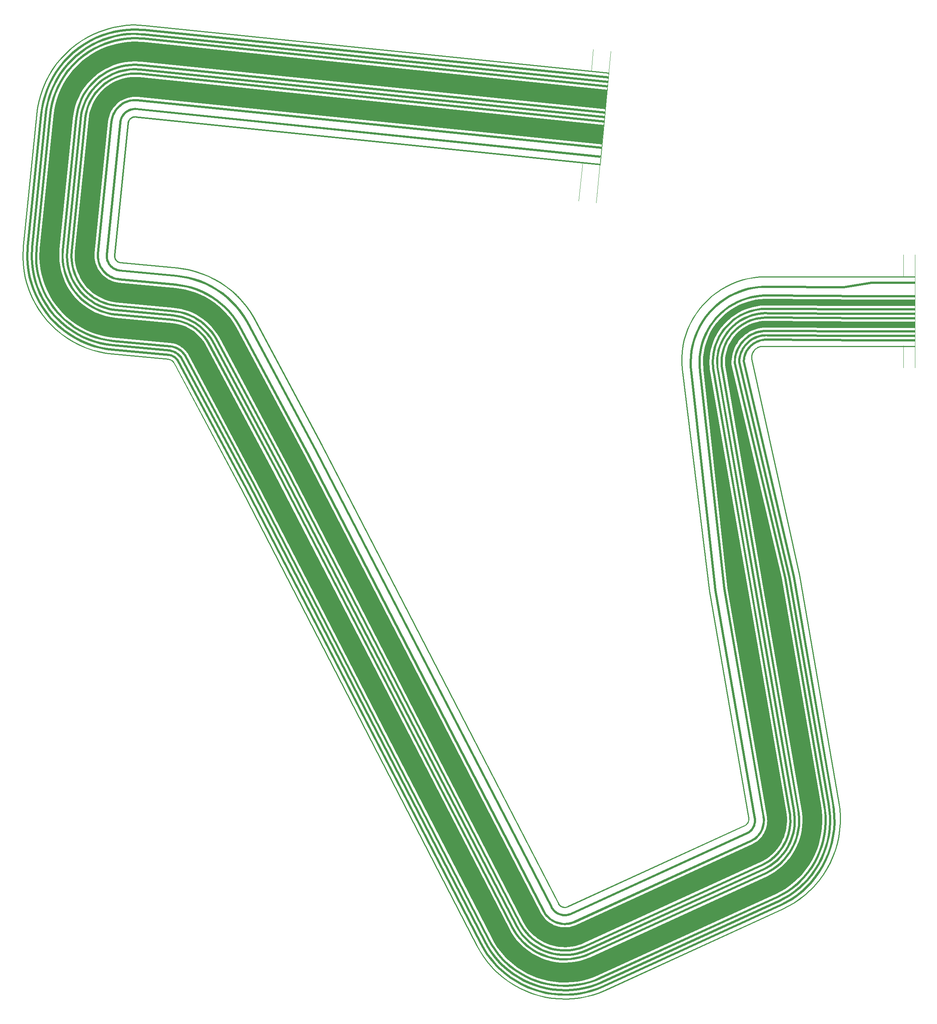
<source format=gbr>
G04 AutoGERB 2.0 for AutoCAD 14*
G04 RS274-X Output *
%FSLAX34Y34*%
%MOMM*%
%ADD12C,0.005000*%
%ADD13C,0.007000*%
G36*X2193843Y1496651D02*X2084460Y1496651D01*X2084461Y1501650*X2193843Y1501650*X2193843Y1496651*G37*G36*X2084460Y1496651D02*X2083033Y1496651D01*X1860686Y1497900*X1857176Y1498021*X1853789Y1497901*X1850418Y1497546*X1847079Y1496958*X1843790Y1496139*X1840567Y1495092*X1837423Y1493825*X1834375Y1492342*X1831437Y1490650*X1828625Y1488759*X1825951Y1486676*X1823428Y1484413*X1821069Y1481979*X1818884Y1479387*X1816886Y1476649*X1815081Y1473780*X1813482Y1470791*X1812094Y1467699*X1810924Y1464518*X1809979Y1461263*X1809269Y1457985*X1808587Y1452061*X1922029Y964882*X2010521Y451626*X2012750Y436929*X2013957Y422051*X2014126Y407126*X2013256Y392224*X2011353Y377418*X2008424Y362782*X2004485Y348384*X1999553Y334295*X1993655Y320584*X1986816Y307315*X1979072Y294554*X1970458Y282363*X1961018Y270800*X1950797Y259922*X1939843Y249781*X1928211Y240426*X1915927Y231881*X1892035Y218555*X1490630Y34854*X1476772Y29092*X1462506Y24293*X1447941Y20499*X1433146Y17726*X1418195Y15990*X1403160Y15297*X1388113Y15651*X1373126Y17051*X1358274Y19491*X1343627Y22956*X1329256Y27432*X1315232Y32897*X1301621Y39323*X1288490Y46681*X1275904Y54934*X1263921Y64042*X1252601Y73962*X1241998Y84645*X1232164Y96039*X1223146Y108090*X1214987Y120740*X1207594Y134199*X676794Y1162706*X521881Y1452318*X520988Y1453658*X519983Y1454958*X518890Y1456186*X517714Y1457336*X516462Y1458400*X515139Y1459374*X513749Y1460255*X512303Y1461037*X510807Y1461716*X509266Y1462289*X507689Y1462754*X506097Y1463105*X503921Y1463406*X376622Y1475329*X361738Y1477253*X346981Y1480216*X332466Y1484198*X318263Y1489178*X304441Y1495136*X291066Y1502040*X278205Y1509857*X265918Y1518550*X254265Y1528076*X243302Y1538389*X233084Y1549440*X223659Y1561176*X215073Y1573537*X207366Y1586466*X200579Y1599900*X194741Y1613773*X189883Y1628019*X186028Y1642568*X183193Y1657349*X181393Y1672293*X180635Y1687351*X181589Y1711188*X212214Y2009848*X214168Y2024719*X217161Y2039470*X221172Y2053977*X226183Y2068169*X232169Y2081978*X239100Y2095338*X246944Y2108183*X255663Y2120452*X265212Y2132084*X275549Y2143025*X286621Y2153220*X298375Y2162620*X310754Y2171180*X323699Y2178859*X337146Y2185619*X351032Y2191427*X365287Y2196255*X379843Y2200082*X394631Y2202885*X409577Y2204653*X424635Y2205380*X448019Y2204422*X1500290Y2096501*X1499779Y2091528*X447662Y2199433*X424654Y2200375*X409992Y2199668*X395392Y2197940*X380946Y2195201*X366726Y2191464*X352801Y2186748*X339237Y2181074*X326100Y2174470*X313455Y2166969*X301362Y2158607*X289880Y2149423*X279064Y2139464*X268967Y2128777*X259638Y2117413*X251121Y2105428*X243459Y2092881*X236688Y2079829*X230840Y2066340*X225945Y2052476*X222026Y2038305*X219103Y2023896*X217181Y2009267*X186578Y1710833*X185640Y1687376*X186378Y1672718*X188136Y1658120*X190905Y1643681*X194672Y1629468*X199418Y1615552*X205120Y1601999*X211751Y1588877*X219278Y1576246*X227666Y1564171*X236873Y1552707*X246855Y1541912*X257564Y1531837*X268947Y1522531*X280950Y1514040*X293515Y1506403*X306580Y1499659*X320082Y1493839*X333957Y1488973*X348136Y1485083*X362551Y1482190*X377175Y1480300*X504496Y1468373*X506978Y1468030*X508936Y1467599*X510847Y1467036*X512714Y1466341*X514528Y1465518*X516280Y1464570*X517962Y1463505*X519567Y1462323*X521085Y1461033*X522509Y1459641*X523834Y1458153*X525051Y1456577*X526176Y1454891*X681221Y1165031*X1212007Y136550*X1219284Y123301*X1227253Y110947*X1236063Y99174*X1245669Y88044*X1256028Y77607*X1267086Y67917*X1278791Y59019*X1291087Y50958*X1303914Y43770*X1317209Y37492*X1330909Y32155*X1344948Y27781*X1359255Y24396*X1373765Y22014*X1388404Y20646*X1403103Y20300*X1417792Y20977*X1432397Y22673*X1446848Y25382*X1461077Y29088*X1475013Y33775*X1488629Y39437*X1889774Y223018*X1913276Y236128*X1925214Y244431*X1936574Y253568*X1947272Y263473*X1957255Y274097*X1966475Y285390*X1974887Y297297*X1982451Y309760*X1989130Y322719*X1994892Y336112*X1999708Y349871*X2003555Y363933*X2006416Y378229*X2008275Y392689*X2009125Y407243*X2008960Y421820*X2007781Y436352*X2005586Y450827*X1917126Y963889*X1803520Y1451772*X1804330Y1458802*X1805128Y1462490*X1806171Y1466081*X1807461Y1469588*X1808991Y1472998*X1810756Y1476293*X1812745Y1479458*X1814949Y1482476*X1817358Y1485334*X1819959Y1488018*X1822742Y1490515*X1825690Y1492810*X1828792Y1494897*X1832030Y1496761*X1835392Y1498398*X1838858Y1499795*X1842413Y1500948*X1846040Y1501851*X1849721Y1502501*X1853438Y1502892*X1857173Y1503024*X1860787Y1502899*X2083048Y1501650*X2084460Y1501650*X2084460Y1496651*G37*G36*X2193843Y1506651D02*X2084451Y1506651D01*X2084452Y1511650*X2193843Y1511650*X2193843Y1506651*G37*G36*X2084451Y1506651D02*X2083072Y1506651D01*X1861052Y1507899*X1856853Y1508020*X1852771Y1507853*X1848710Y1507403*X1844691Y1506672*X1840732Y1505663*X1836853Y1504382*X1833073Y1502834*X1829409Y1501026*X1825879Y1498969*X1822502Y1496671*X1819293Y1494142*X1816266Y1491397*X1813438Y1488449*X1810823Y1485311*X1808431Y1481999*X1806276Y1478528*X1804368Y1474915*X1802715Y1471180*X1801326Y1467337*X1800207Y1463408*X1799365Y1459411*X1798805Y1455382*X1798504Y1449848*X1912174Y963184*X2000679Y449855*X2002809Y435847*X2003964Y421663*X2004130Y407433*X2003306Y393226*X2001497Y379110*X1998710Y365155*X1994959Y351427*X1990262Y337993*X1984643Y324918*X1978127Y312267*X1970748Y300098*X1962541Y288472*X1953545Y277445*X1943803Y267070*X1933365Y257398*X1922278Y248475*X1910567Y240325*X1887802Y227615*X1486470Y43948*X1473255Y38453*X1459648Y33876*X1445755Y30257*X1431645Y27613*X1417387Y25957*X1403046Y25296*X1388695Y25634*X1374401Y26970*X1360235Y29297*X1346265Y32602*X1332559Y36871*X1319183Y42083*X1306202Y48213*X1293679Y55230*X1281673Y63102*X1270244Y71789*X1259447Y81251*X1249335Y91439*X1239956Y102307*X1231355Y113800*X1223573Y125866*X1216502Y138741*X685646Y1167358*X530559Y1457298*X529291Y1459237*X527877Y1461102*X526339Y1462864*X524680Y1464514*X522912Y1466047*X521041Y1467451*X519077Y1468722*X517029Y1469853*X514907Y1470840*X512722Y1471677*X510484Y1472359*X508222Y1472880*X504843Y1473363*X377557Y1485285*X363362Y1487120*X349288Y1489946*X335443Y1493744*X321897Y1498495*X308714Y1504176*X295958Y1510761*X283691Y1518217*X271972Y1526508*X260858Y1535594*X250403Y1545431*X240657Y1555971*X231668Y1567164*X223479Y1578954*X216129Y1591285*X209655Y1604098*X204087Y1617330*X199454Y1630917*X195777Y1644793*X193073Y1658892*X191356Y1673144*X190634Y1687508*X191540Y1710202*X222165Y2008860*X224026Y2023042*X226879Y2037111*X230703Y2050946*X235480Y2064483*X241186Y2077655*X247795Y2090399*X255275Y2102651*X263588Y2114353*X272695Y2125450*X282552Y2135886*X293111Y2145611*X304320Y2154579*X316126Y2162745*X328471Y2170071*X341295Y2176520*X354538Y2182061*X368133Y2186669*X382016Y2190320*X396119Y2192997*X410375Y2194685*X424737Y2195381*X447033Y2194471*X1499270Y2086553*X1498759Y2081580*X446676Y2189482*X424756Y2190376*X410790Y2189700*X396880Y2188052*X383119Y2185441*X369574Y2181878*X356307Y2177382*X343386Y2171975*X330872Y2165682*X318827Y2158534*X307307Y2150566*X296370Y2141816*X286067Y2132327*X276450Y2122143*X267563Y2111316*X259452Y2099898*X252154Y2087942*X245705Y2075508*X240137Y2062656*X235476Y2049447*X231744Y2035946*X228961Y2022219*X227132Y2008279*X196529Y1709847*X195639Y1687533*X196341Y1673569*X198016Y1659663*X200654Y1645906*X204243Y1632366*X208764Y1619109*X214196Y1606197*X220514Y1593696*X227684Y1581663*X235675Y1570159*X244446Y1559238*X253956Y1548954*X264157Y1539355*X275001Y1530489*X286436Y1522400*X298407Y1515124*X310853Y1508699*X323716Y1503156*X336934Y1498519*X350443Y1494813*X364175Y1492057*X378110Y1490256*X505430Y1478330*X509139Y1477799*X511775Y1477192*X514347Y1476408*X516858Y1475447*X519294Y1474314*X521646Y1473015*X523904Y1471554*X526053Y1469940*X528085Y1468181*X529990Y1466285*X531758Y1464261*X533382Y1462118*X534864Y1459849*X690073Y1169683*X1220915Y141092*X1227870Y128427*X1235462Y116657*X1243855Y105442*X1253006Y94838*X1262874Y84896*X1273409Y75664*X1284560Y67187*X1296274Y59507*X1308495Y52660*X1321160Y46678*X1334212Y41594*X1347586Y37427*X1361216Y34202*X1375040Y31933*X1388986Y30629*X1402989Y30299*X1416982Y30944*X1430896Y32560*X1444664Y35140*X1458219Y38671*X1471496Y43136*X1484469Y48531*X1885539Y232078*X1907914Y244570*X1919279Y252480*X1930094Y261185*X1940278Y270619*X1949780Y280740*X1958556Y291497*X1966563Y302839*X1973762Y314710*X1980118Y327053*X1985599Y339808*X1990182Y352912*X1993841Y366304*X1996560Y379919*X1998325Y393689*X1999129Y407548*X1998967Y421430*X1997840Y435268*X1995744Y449054*X1907271Y962189*X1793473Y1449407*X1793824Y1455863*X1794436Y1460272*X1795350Y1464609*X1796565Y1468874*X1798072Y1473043*X1799865Y1477098*X1801937Y1481017*X1804276Y1484784*X1806870Y1488378*X1809709Y1491784*X1812779Y1494984*X1816062Y1497963*X1819545Y1500706*X1823210Y1503200*X1827040Y1505433*X1831016Y1507395*X1835120Y1509075*X1839329Y1510466*X1843626Y1511561*X1847987Y1512354*X1852394Y1512842*X1856824Y1513023*X1861139Y1512898*X2083087Y1511650*X2084451Y1511650*X2084451Y1506651*G37*G36*X2193843Y1516651D02*X2084442Y1516651D01*X2084443Y1521650*X2193843Y1521650*X2193843Y1516651*G37*G36*X2084442Y1516651D02*X2083112Y1516651D01*X1861394Y1517897*X1856503Y1518017*X1851727Y1517802*X1846977Y1517256*X1842277Y1516381*X1837648Y1515180*X1833114Y1513661*X1828698Y1511830*X1824419Y1509697*X1820299Y1507271*X1816358Y1504565*X1812614Y1501590*X1809086Y1498363*X1805791Y1494899*X1802745Y1491213*X1799963Y1487325*X1797458Y1483252*X1795242Y1479015*X1793327Y1474635*X1791720Y1470131*X1790430Y1465527*X1789465Y1460845*X1788831Y1456141*X1788525Y1447604*X1902320Y961485*X1990837Y448082*X1992868Y434763*X1993971Y421274*X1994135Y407739*X1993356Y394226*X1991640Y380800*X1988994Y367527*X1985432Y354468*X1980970Y341689*X1975630Y329252*X1969439Y317216*X1962425Y305640*X1954622Y294579*X1946070Y284088*X1936809Y274217*X1926883Y265015*X1916343Y256524*X1905206Y248766*X1883567Y236674*X1482311Y53042*X1469737Y47814*X1456790Y43459*X1443571Y40016*X1430145Y37500*X1416576Y35924*X1402932Y35296*X1389276Y35617*X1375675Y36888*X1362196Y39102*X1348903Y42248*X1335862Y46311*X1323134Y51270*X1310782Y57102*X1298865Y63780*X1287443Y71270*X1276568Y79536*X1266294Y88539*X1256673Y98234*X1247748Y108575*X1239564Y119511*X1232159Y130992*X1225412Y143284*X694499Y1172009*X539255Y1462239*X537619Y1464778*X535800Y1467208*X533816Y1469507*X531679Y1471662*X529396Y1473662*X526980Y1475500*X524441Y1477164*X521793Y1478648*X519048Y1479945*X516221Y1481048*X513322Y1481951*X510390Y1482645*X505767Y1483320*X378491Y1495242*X364987Y1496987*X351594Y1499677*X338421Y1503290*X325532Y1507811*X312988Y1513217*X300850Y1519483*X289178Y1526577*X278026Y1534467*X267452Y1543113*X257503Y1552472*X248230Y1562502*X239677Y1573152*X231885Y1584371*X224891Y1596104*X218731Y1608297*X213434Y1620887*X209025Y1633815*X205526Y1647019*X202954Y1660434*X201320Y1673996*X200633Y1687663*X201492Y1709218*X232116Y2007872*X233884Y2021365*X236597Y2034751*X240233Y2047918*X244777Y2060799*X250204Y2073334*X256491Y2085459*X263606Y2097120*X271515Y2108256*X280178Y2118816*X289555Y2128748*X299601Y2138004*X310265Y2146538*X321498Y2154311*X333243Y2161283*X345445Y2167422*X358044Y2172697*X370980Y2177083*X384189Y2180559*X397609Y2183108*X411172Y2184717*X424840Y2185381*X446049Y2184519*X1498249Y2076605*X1497738Y2071632*X445692Y2179530*X424859Y2180376*X411589Y2179732*X398370Y2178163*X385294Y2175680*X372421Y2172292*X359815Y2168018*X347536Y2162877*X335646Y2156894*X324199Y2150100*X313254Y2142525*X302860Y2134209*X293072Y2125189*X283933Y2115511*X275490Y2105219*X267783Y2094367*X260850Y2083004*X254723Y2071187*X249434Y2058972*X245006Y2046419*X241462Y2033588*X238819Y2020542*X237083Y2007293*X206481Y1708863*X205638Y1687690*X206305Y1674421*X207897Y1661205*X210403Y1648132*X213814Y1635264*X218111Y1622666*X223272Y1610396*X229276Y1598515*X236090Y1587080*X243684Y1576147*X252019Y1565769*X261056Y1555995*X270751Y1546874*X281057Y1538448*X291923Y1530760*X303299Y1523846*X315127Y1517740*X327351Y1512472*X339912Y1508065*X352749Y1504544*X365800Y1501924*X379044Y1500213*X506362Y1488287*X511329Y1487560*X514643Y1486776*X517874Y1485769*X521027Y1484540*X524086Y1483095*X527038Y1481441*X529867Y1479585*X532561Y1477537*X535106Y1475307*X537489Y1472904*X539699Y1470343*X541726Y1467633*X543568Y1464778*X698926Y1174334*X1229825Y145633*X1236456Y133553*X1243671Y122368*X1251647Y111710*X1260344Y101633*X1269721Y92184*X1279733Y83411*X1290330Y75355*X1301462Y68057*X1313075Y61549*X1325111Y55865*X1337515Y51032*X1350224Y47073*X1363179Y44007*X1376314Y41851*X1389567Y40612*X1402875Y40299*X1416173Y40911*X1429396Y42447*X1442480Y44899*X1455361Y48254*X1467978Y52497*X1480310Y57625*X1881304Y241137*X1902551Y253011*X1913342Y260527*X1923612Y268800*X1933282Y277766*X1942305Y287383*X1950637Y297604*X1958238Y308379*X1965072Y319659*X1971105Y331385*X1976307Y343502*X1980655Y355951*X1984125Y368674*X1986703Y381607*X1988375Y394687*X1989134Y407852*X1988974Y421039*X1987899Y434182*X1985902Y447281*X1897417Y960490*X1783504Y1447115*X1783844Y1456566*X1784532Y1461684*X1785569Y1466708*X1786953Y1471648*X1788676Y1476478*X1790731Y1481178*X1793109Y1485723*X1795796Y1490092*X1798780Y1494264*X1802048Y1498218*X1805583Y1501934*X1809367Y1505397*X1813383Y1508588*X1817612Y1511492*X1822032Y1514094*X1826623Y1516383*X1831361Y1518346*X1836225Y1519977*X1841190Y1521264*X1846232Y1522203*X1851328Y1522789*X1856452Y1523020*X1861469Y1522896*X2083127Y1521650*X2084442Y1521650*X2084442Y1516651*G37*G36*X2193843Y1526651D02*X2084428Y1526651D01*X2084431Y1541650*X2193843Y1541650*X2193843Y1526651*G37*G36*X2084428Y1526651D02*X2083156Y1526651D01*X1861805Y1527894*X1856015Y1528009*X1850546Y1527736*X1845107Y1527083*X1839728Y1526054*X1834434Y1524653*X1829249Y1522887*X1824199Y1520765*X1819310Y1518298*X1814605Y1515496*X1810105Y1512374*X1805833Y1508946*X1801811Y1505229*X1798056Y1501241*X1794587Y1497002*X1791422Y1492532*X1788576Y1487853*X1786062Y1482989*X1783892Y1477959*X1782077Y1472791*X1780626Y1467511*X1779546Y1462142*X1778842Y1456710*X1778519Y1451273*X1778637Y1444901*X1892392Y960207*X1981054Y445971*X1982918Y433852*X1983983Y421056*X1984155Y408217*X1983434Y395397*X1981824Y382658*X1979330Y370062*X1975968Y357670*X1971751Y345542*X1966702Y333736*X1960844Y322311*X1954205Y311320*X1946818Y300818*X1938718Y290854*X1929945Y281477*X1920542Y272735*X1910553Y264667*X1899756Y257124*X1879918Y246001*X1477835Y61991*X1466221Y57162*X1453932Y53029*X1441385Y49761*X1428642Y47375*X1415765Y45879*X1402813Y45283*X1389853Y45589*X1376944Y46795*X1364150Y48897*X1351534Y51883*X1339156Y55739*X1327077Y60447*X1315354Y65982*X1304043Y72321*X1293202Y79431*X1282881Y87277*X1273131Y95821*X1263999Y105023*X1255528Y114838*X1247761Y125218*X1240723Y136130*X1234486Y147506*X703352Y1176660*X548113Y1466882*X546133Y1470023*X543931Y1473032*X541524Y1475880*X538924Y1478555*X536142Y1481045*X533195Y1483334*X530099Y1485411*X526864Y1487268*X523506Y1488897*X520045Y1490287*X516495Y1491434*X513123Y1492269*X506115Y1493331*X379077Y1505231*X366605Y1506844*X353896Y1509396*X341392Y1512825*X329158Y1517117*X317253Y1522249*X305733Y1528196*X294654Y1534931*X284072Y1542418*X274034Y1550624*X264592Y1559509*X255791Y1569028*X247673Y1579137*X240278Y1589784*X233642Y1600921*X227795Y1612492*X222767Y1624443*X218584Y1636713*X215263Y1649245*X212821Y1661979*X211272Y1674849*X210609Y1688024*X211387Y1707686*X242103Y2007229*X243719Y2019615*X246285Y2032322*X249729Y2044822*X254034Y2057049*X259179Y2068949*X265139Y2080461*X271885Y2091531*X279385Y2102107*X287602Y2112134*X296497Y2121565*X306025Y2130355*X316143Y2138462*X326799Y2145845*X337943Y2152470*X349521Y2158303*X361476Y2163317*X373752Y2167487*X386287Y2170793*X399021Y2173219*X411895Y2174755*X425062Y2175402*X444522Y2174624*X1497231Y2066658*X1492631Y2021894*X441325Y2129715*X425267Y2130357*X415668Y2129886*X405906Y2128722*X396248Y2126882*X386743Y2124374*X377435Y2121212*X368370Y2117410*X359590Y2112987*X351140Y2107964*X343058Y2102365*X335386Y2096218*X328160Y2089552*X321415Y2082399*X315184Y2074796*X309498Y2066778*X304382Y2058382*X299862Y2049652*X295961Y2040628*X292696Y2031355*X290084Y2021879*X288138Y2012242*X286806Y2002024*X256296Y1704499*X255654Y1688267*X256137Y1678674*X257312Y1668912*X259162Y1659258*X261681Y1649754*X264854Y1640448*X268666Y1631387*X273099Y1622612*X278133Y1614167*X283740Y1606092*X289896Y1598427*X296571Y1591208*X303731Y1584471*X311341Y1578249*X319367Y1572570*X327768Y1567463*X336504Y1562954*X345533Y1559062*X354809Y1555808*X364289Y1553207*X373930Y1551271*X384064Y1549960*X511588Y1538016*X521924Y1536450*X528836Y1534737*X535368Y1532628*X541737Y1530068*X547911Y1527073*X553864Y1523656*X559566Y1519831*X564985Y1515620*X570099Y1511044*X574883Y1506123*X579314Y1500879*X583370Y1495340*X587038Y1489517*X743189Y1197593*X1274215Y168645*X1279410Y159171*X1284728Y150925*X1290619Y143053*X1297042Y135610*X1303968Y128632*X1311362Y122152*X1319189Y116202*X1327410Y110810*X1335985Y106005*X1344876Y101806*X1354037Y98236*X1363423Y95312*X1372991Y93048*X1382691Y91454*X1392480Y90540*X1402310Y90308*X1412130Y90760*X1421897Y91894*X1431560Y93704*X1441073Y96182*X1450392Y99315*X1459828Y103238*X1859517Y286154*X1875809Y295287*X1883496Y300658*X1891047Y306758*X1898156Y313368*X1904789Y320455*X1910911Y327987*X1916496Y335927*X1921515Y344236*X1925943Y352873*X1929762Y361799*X1932949Y370967*X1935491Y380335*X1937375Y389857*X1938593Y399488*X1939138Y409180*X1939008Y418885*X1938203Y428559*X1936639Y438726*X1852207Y928429*X1763664Y1443294*X1763510Y1451580*X1763899Y1458121*X1764737Y1464587*X1766023Y1470982*X1767752Y1477270*X1769913Y1483422*X1772495Y1489410*X1775489Y1495204*X1778879Y1500775*X1782648Y1506097*X1786777Y1511144*X1791248Y1515892*X1796038Y1520317*X1801124Y1524399*X1806482Y1528117*X1812085Y1531453*X1817908Y1534392*X1823920Y1536918*X1830091Y1539020*X1836397Y1540689*X1842802Y1541914*X1849277Y1542691*X1855790Y1543016*X1861996Y1542893*X2083199Y1541650*X2084428Y1541650*X2084428Y1526651*G37*G36*X2193843Y1546651D02*X2084413Y1546651D01*X2084414Y1551650*X2193843Y1551650*X2193843Y1546651*G37*G36*X2084413Y1546651D02*X2083228Y1546651D01*X1862310Y1547892*X1855343Y1548003*X1848483Y1547635*X1841667Y1546791*X1834925Y1545475*X1828291Y1543693*X1821798Y1541453*X1815476Y1538768*X1809355Y1535650*X1803467Y1532114*X1797839Y1528177*X1792497Y1523857*X1787470Y1519178*X1782780Y1514159*X1778450Y1508826*X1774502Y1503206*X1770954Y1497325*X1767823Y1491211*X1765126Y1484893*X1762875Y1478404*X1761079Y1471773*X1759750Y1465035*X1758893Y1458220*X1758513Y1451385*X1758855Y1440871*X1843204Y951217*X1838277Y950369*X1753868Y1440362*X1753508Y1451442*X1753910Y1458671*X1754811Y1465832*X1756208Y1472912*X1758094Y1479879*X1760459Y1486696*X1763294Y1493334*X1766583Y1499758*X1770311Y1505937*X1774459Y1511843*X1779007Y1517446*X1783935Y1522719*X1789218Y1527636*X1794830Y1532174*X1800744Y1536311*X1806930Y1540027*X1813361Y1543303*X1820003Y1546124*X1826826Y1548476*X1833796Y1550348*X1840880Y1551732*X1848042Y1552618*X1855248Y1553006*X1862365Y1552891*X2083243Y1551650*X2084413Y1551650*X2084413Y1546651*G37*G36*X1843204Y951217D02*X1931795Y437396D01*X1933224Y428214*X1934017Y418888*X1934160Y409528*X1933650Y400182*X1932493Y390894*X1930692Y381708*X1928258Y372671*X1925200Y363824*X1921534Y355211*X1917279Y346874*X1912453Y338854*X1907082Y331189*X1901191Y323915*X1894808Y317069*X1887964Y310683*X1880693Y304789*X1873001Y299393*X1858113Y291010*X1457353Y107605*X1448635Y103981*X1439645Y100958*X1430466Y98567*X1421144Y96821*X1411722Y95728*X1402248Y95292*X1392766Y95516*X1383323Y96399*X1373963Y97937*X1364734Y100122*X1355679Y102944*X1346842Y106388*X1338265Y110438*X1329992Y115075*X1322061Y120277*X1314510Y126017*X1307377Y132268*X1300697Y139000*X1294500Y146181*X1288819Y153776*X1283677Y161748*X1278881Y170506*X747614Y1199919*X591628Y1491539*X587814Y1497665*X583587Y1503506*X578964Y1509041*X573967Y1514239*X568620Y1519078*X562951Y1523533*X556985Y1527583*X550752Y1531208*X544282Y1534391*X537606Y1537117*X530757Y1539372*X523798Y1541136*X511332Y1543061*X384098Y1554980*X374735Y1556190*X365436Y1558058*X356289Y1560568*X347340Y1563707*X338630Y1567462*X330203Y1571813*X322099Y1576739*X314356Y1582218*X307014Y1588222*X300107Y1594721*X293669Y1601685*X287730Y1609081*X282320Y1616871*X277465Y1625019*X273189Y1633484*X269511Y1642226*X266451Y1651203*X264022Y1660371*X262236Y1669686*X261103Y1679102*X260626Y1688600*X261202Y1703333*X291826Y2001969*X293038Y2011321*X294909Y2020619*X297421Y2029764*X300564Y2038712*X304321Y2047420*X308674Y2055845*X313603Y2063948*X319083Y2071688*X325089Y2079029*X331591Y2085934*X338557Y2092370*X345953Y2098306*X353745Y2103713*X361893Y2108565*X370360Y2112839*X379103Y2116513*X388081Y2119571*X397249Y2121997*X406564Y2123779*X415980Y2124910*X425477Y2125384*X440164Y2124808*X1492128Y2016919*X1491617Y2011946*X439811Y2119819*X425504Y2120379*X416403Y2119925*X407333Y2118836*X398360Y2117118*X389528Y2114782*X380880Y2111836*X372457Y2108296*X364302Y2104180*X356452Y2099506*X348946Y2094297*X341822Y2088579*X335112Y2082379*X328848Y2075728*X323064Y2068657*X317784Y2061201*X313037Y2053396*X308842Y2045279*X305223Y2036891*X302196Y2028271*X299776Y2019462*X297975Y2010506*X296793Y2001392*X266193Y1702980*X265631Y1688627*X266088Y1679527*X267179Y1670457*X268899Y1661484*X271240Y1652652*X274188Y1644005*X277730Y1635583*X281850Y1627428*X286527Y1619580*X291737Y1612076*X297458Y1604952*X303660Y1598244*X310313Y1591983*X317387Y1586199*X324844Y1580922*X332652Y1576176*X340769Y1571985*X349159Y1568368*X357780Y1565343*X366591Y1562925*X375548Y1561127*X384651Y1559949*X511947Y1548026*X524797Y1546041*X532154Y1544175*X539335Y1541812*X546333Y1538954*X553115Y1535617*X559650Y1531818*X565904Y1527572*X571847Y1522901*X577452Y1517830*X582689Y1512380*X587536Y1506579*X591967Y1500456*X595959Y1494042*X752041Y1202244*X1283296Y172853*X1287976Y164307*X1292926Y156631*X1298399Y149316*X1304368Y142399*X1310804Y135913*X1317675Y129892*X1324948Y124362*X1332589Y119352*X1340558Y114885*X1348819Y110983*X1357332Y107665*X1366055Y104947*X1374946Y102842*X1383962Y101362*X1393059Y100511*X1402193Y100295*X1411319Y100715*X1420395Y101768*X1429375Y103450*X1438216Y105753*X1446876Y108664*X1455352Y112188*X1855842Y295469*X1870332Y303628*X1877680Y308782*X1884681Y314458*X1891269Y320606*X1897416Y327198*X1903087Y334200*X1908258Y341581*X1912904Y349303*X1917001Y357330*X1920531Y365623*X1923475Y374140*X1925819Y382841*X1927552Y391685*X1928667Y400627*X1929157Y409627*X1929020Y418637*X1928257Y427617*X1926860Y436587*X1838277Y950367*X1843204Y951217*G37*G36*X2193843Y1556651D02*X2084403Y1556651D01*X2084404Y1561650*X2193843Y1561650*X2193843Y1556651*G37*G36*X2084403Y1556651D02*X2083266Y1556651D01*X1862590Y1557891*X1854929Y1557997*X1847376Y1557576*X1839870Y1556630*X1832449Y1555166*X1825147Y1553188*X1818001Y1550707*X1811044Y1547736*X1804311Y1544287*X1797834Y1540379*X1791644Y1536030*X1785772Y1531262*X1780246Y1526096*X1775092Y1520558*X1770336Y1514675*X1766001Y1508476*X1762107Y1501991*X1758674Y1495251*X1755718Y1488287*X1753252Y1481135*X1751291Y1473829*X1749842Y1466404*X1748913Y1458897*X1748510Y1451373*X1749018Y1438644*X1833350Y949518*X1828423Y948669*X1744035Y1438117*X1743505Y1451408*X1743930Y1459338*X1744901Y1467191*X1746416Y1474958*X1748469Y1482600*X1751047Y1490080*X1754139Y1497364*X1757730Y1504416*X1761804Y1511199*X1766339Y1517684*X1771313Y1523837*X1776705Y1529629*X1782485Y1535033*X1788627Y1540021*X1795101Y1544570*X1801876Y1548658*X1808919Y1552265*X1816196Y1555374*X1823672Y1557969*X1831310Y1560037*X1839073Y1561569*X1846923Y1562559*X1854824Y1562998*X1862639Y1562890*X2083281Y1561650*X2084403Y1561650*X2084403Y1556651*G37*G36*X1833350Y949518D02*X1921955Y435605D01*X1923284Y427112*X1924025Y418479*X1924163Y409816*X1923698Y401165*X1922634Y392566*X1920972Y384063*X1918725Y375695*X1915901Y367504*X1912514Y359529*X1908580Y351809*X1904119Y344382*X1899153Y337282*X1893705Y330546*X1887801Y324203*X1881471Y318288*X1874744Y312827*X1867624Y307826*X1853860Y300061*X1453194Y116699*X1445118Y113342*X1436788Y110541*X1428282Y108326*X1419644Y106708*X1410913Y105695*X1402134Y105291*X1393348Y105499*X1384597Y106317*X1375925Y107743*X1367373Y109768*X1358982Y112382*X1350793Y115574*X1342846Y119327*X1335179Y123624*X1327831Y128444*X1320834Y133763*X1314225Y139556*X1308035Y145794*X1302293Y152448*X1297028Y159485*X1292263Y166874*X1287796Y175037*X756467Y1204571*X600373Y1496391*X596200Y1503114*X591574Y1509526*X586514Y1515600*X581042Y1521308*X575187Y1526622*X568977Y1531515*X562440Y1535965*X555612Y1539949*X548522Y1543449*X541206Y1546447*X533699Y1548930*X526070Y1550875*X512261Y1553018*X385032Y1564936*X376359Y1566057*X367743Y1567789*X359268Y1570114*X350975Y1573023*X342904Y1576503*X335095Y1580535*X327585Y1585100*X320411Y1590177*X313608Y1595740*X307208Y1601763*X301242Y1608216*X295740Y1615069*X290726Y1622287*X286228Y1629838*X282265Y1637682*X278857Y1645782*X276022Y1654101*X273772Y1662596*X272117Y1671227*X271067Y1679953*X270625Y1688755*X271154Y1702357*X301778Y2000989*X302898Y2009651*X304629Y2018267*X306954Y2026742*X309863Y2035034*X313342Y2043105*X317373Y2050914*X321938Y2058424*X327014Y2065597*X332577Y2072400*X338599Y2078800*X345052Y2084766*X351905Y2090269*X359123Y2095282*X366672Y2099781*X374516Y2103743*X382616Y2107151*X390934Y2109987*X399429Y2112237*X408060Y2113892*X416786Y2114942*X425587Y2115385*X439188Y2114857*X1491108Y2006971*X1490597Y2001998*X438835Y2109866*X425616Y2110380*X417211Y2109957*X408831Y2108949*X400542Y2107360*X392383Y2105198*X384395Y2102474*X376615Y2099202*X369083Y2095396*X361832Y2091075*X354900Y2086262*X348319Y2080977*X342122Y2075247*X336338Y2069101*X330995Y2062566*X326121Y2055677*X321736Y2048465*X317865Y2040966*X314524Y2033215*X311729Y2025251*X309496Y2017112*X307835Y2008838*X306745Y2000414*X276145Y1702004*X275630Y1688784*X276052Y1680378*X277060Y1671998*X278649Y1663709*X280811Y1655550*X283534Y1647561*X286806Y1639781*X290613Y1632247*X294933Y1624996*X299747Y1618064*X305031Y1611483*X310761Y1605284*X316907Y1599501*X323442Y1594158*X330332Y1589283*X337544Y1584898*X345043Y1581026*X352794Y1577684*X360759Y1574889*X368898Y1572656*X377174Y1570994*X385587Y1569905*X512878Y1557983*X527073Y1555780*X535104Y1553731*X542941Y1551140*X550579Y1548010*X557981Y1544356*X565111Y1540196*X571934Y1535550*X578418Y1530441*X584531Y1524893*X590243Y1518935*X595527Y1512593*X600357Y1505899*X604706Y1498890*X760894Y1206896*X1292211Y177384*X1296562Y169433*X1301135Y162342*X1306192Y155583*X1311706Y149193*X1317652Y143201*X1323999Y137638*X1330718Y132529*X1337776Y127901*X1345139Y123774*X1352772Y120169*X1360635Y117103*X1368694Y114593*X1376908Y112648*X1385236Y111280*X1393641Y110494*X1402079Y110294*X1410510Y110682*X1418895Y111655*X1427191Y113209*X1435359Y115336*X1443359Y118025*X1451193Y121282*X1851587Y304520*X1864953Y312059*X1871727Y316818*X1878184Y322061*X1884260Y327738*X1889926Y333825*X1895156Y340291*X1899922Y347105*X1904205Y354234*X1907979Y361644*X1911230Y369299*X1913942Y377160*X1916099Y385192*X1917693Y393353*X1918715Y401606*X1919160Y409911*X1919028Y418226*X1918317Y426511*X1917022Y434794*X1828423Y948668*X1833350Y949518*G37*G36*X2193843Y1566651D02*X2084393Y1566651D01*X2084394Y1571650*X2193843Y1571650*X2193843Y1566651*G37*G36*X2084393Y1566651D02*X2083304Y1566651D01*X1862859Y1567889*X1854504Y1567990*X1846257Y1567516*X1838063Y1566468*X1829961Y1564854*X1821992Y1562680*X1814194Y1559957*X1806603Y1556698*X1799258Y1552919*X1792192Y1548638*X1785443Y1543878*X1779040Y1538658*X1773015Y1533006*X1767399Y1526949*X1762216Y1520516*X1757495Y1513738*X1753256Y1506648*X1749520Y1499280*X1746305Y1491671*X1743628Y1483857*X1741501Y1475875*X1739933Y1467764*X1738934Y1459564*X1738508Y1451349*X1739195Y1436417*X1823495Y947819*X1818568Y946970*X1734214Y1435876*X1733503Y1451364*X1733949Y1459997*X1734990Y1468541*X1736624Y1476994*X1738841Y1485312*X1741632Y1493456*X1744981Y1501387*X1748875Y1509065*X1753292Y1516453*X1758213Y1523517*X1763614Y1530222*X1769468Y1536533*X1775745Y1542423*X1782418Y1547863*X1789453Y1552825*X1796815Y1557286*X1804470Y1561223*X1812381Y1564620*X1820509Y1567457*X1828814Y1569723*X1837256Y1571405*X1845796Y1572497*X1854391Y1572991*X1862904Y1572888*X2083319Y1571650*X2084393Y1571650*X2084393Y1566651*G37*G36*X1823495Y947819D02*X1912117Y433811D01*X1913345Y426007*X1914033Y418069*X1914167Y410102*X1913746Y402144*X1912773Y394235*X1911253Y386413*X1909192Y378716*X1906600Y371180*X1903491Y363844*X1899880Y356741*X1895783Y349907*X1891221Y343373*X1886215Y337173*X1880791Y331336*X1874973Y325891*X1868791Y320863*X1862245Y316256*X1849604Y309111*X1449035Y125793*X1441602Y122703*X1433931Y120124*X1426098Y118085*X1418144Y116595*X1410105Y115662*X1402020Y115291*X1393930Y115482*X1385872Y116236*X1377886Y117549*X1370012Y119413*X1362285Y121821*X1354744Y124760*X1347427Y128216*X1340367Y132173*X1333601Y136612*X1327158Y141510*X1321072Y146844*X1315372Y152588*X1310085Y158716*X1305237Y165197*X1300849Y172001*X1296712Y179565*X765319Y1209222*X609122Y1501236*X604591Y1508557*X599565Y1515539*X594067Y1522155*X588122Y1528372*X581758Y1534161*X575007Y1539493*X567902Y1544343*X560477Y1548687*X552768Y1552503*X544812Y1555775*X536648Y1558486*X528348Y1560614*X513190Y1562976*X385967Y1574892*X377984Y1575924*X370050Y1577519*X362246Y1579661*X354610Y1582339*X347178Y1585543*X339987Y1589256*X333072Y1593461*X326466Y1598135*X320202Y1603258*X314309Y1608804*X308816Y1614746*X303749Y1621056*X299132Y1627704*X294990Y1634656*X291342Y1641879*X288204Y1649338*X285593Y1656998*X283521Y1664822*X281998Y1672769*X281031Y1680804*X280624Y1688910*X281107Y1701383*X311730Y2000011*X312758Y2007983*X314348Y2015917*X316486Y2023722*X319163Y2031359*X322364Y2038791*X326074Y2045983*X330274Y2052900*X334947Y2059507*X340067Y2065774*X345610Y2071668*X351550Y2077165*X357857Y2082234*X364502Y2086852*X371453Y2090997*X378674Y2094649*X386131Y2097789*X393790Y2100404*X401611Y2102478*X409558Y2104005*X417593Y2104975*X425699Y2105385*X438213Y2104904*X1490087Y1997023*X1489576Y1992050*X437862Y2099913*X425730Y2100380*X418020Y2099990*X410331Y2099062*X402726Y2097601*X395241Y2095615*X387912Y2093114*X380775Y2090108*X373864Y2086614*X367213Y2082647*X360854Y2078227*X354817Y2073376*X349133Y2068117*X343828Y2062475*X338928Y2056478*X334457Y2050155*X330437Y2043536*X326887Y2036654*X323824Y2029542*X321263Y2022233*X319217Y2014764*X317695Y2007170*X316697Y1999436*X286098Y1701030*X285629Y1688939*X286016Y1681229*X286941Y1673540*X288398Y1665933*X290382Y1658447*X292881Y1651117*X295883Y1643978*X299375Y1637065*X303339Y1630413*X307756Y1624051*X312605Y1618013*X317862Y1612325*X323501Y1607019*X329497Y1602116*X335819Y1597642*X342436Y1593619*X349317Y1590066*X356429Y1587000*X363737Y1584436*X371205Y1582386*X378799Y1580861*X386522Y1579861*X513809Y1567939*X529355Y1565517*X538059Y1563287*X546553Y1560466*X554831Y1557062*X562852Y1553090*X570577Y1548570*X577970Y1543524*X584993Y1537976*X591615Y1531953*X597800Y1525484*X603522Y1518602*X608750Y1511336*X613457Y1503733*X769746Y1211547*X1301127Y181912*X1305150Y174558*X1309344Y168052*X1313984Y161851*X1319043Y155987*X1324499Y150489*X1330323Y145385*X1336488Y140697*X1342964Y136450*X1349720Y132663*X1356723Y129355*X1363938Y126542*X1371333Y124238*X1378869Y122454*X1386511Y121199*X1394223Y120477*X1401965Y120294*X1409702Y120649*X1417395Y121542*X1425007Y122968*X1432502Y124919*X1439843Y127386*X1447034Y130376*X1847329Y313568*X1859570Y320487*X1865772Y324852*X1871684Y329660*X1877246Y334867*X1882434Y340450*X1887222Y346378*X1891584Y352626*X1895501Y359162*X1898956Y365955*X1901929Y372971*X1904407Y380177*X1906378Y387538*X1907832Y395018*X1908763Y402581*X1909164Y410191*X1909036Y417810*X1908378Y425402*X1907184Y432998*X1818568Y946969*X1823495Y947819*G37*G36*X2193843Y1576651D02*X2084378Y1576651D01*X2084381Y1591650*X2193843Y1591650*X2193843Y1576651*G37*G36*X2084378Y1576651D02*X2083347Y1576651D01*X1863224Y1577887*X1863311Y1592886*X2083390Y1591650*X2084378Y1591650*X2084378Y1576651*G37*G36*X1863192Y1577887D02*X1853976Y1577977D01*X1845036Y1577442*X1836155Y1576285*X1827375Y1574514*X1818740Y1572137*X1810292Y1569165*X1802070Y1565612*X1794116Y1561497*X1786467Y1556839*X1779160Y1551659*X1772231Y1545984*X1765714Y1539841*X1759639Y1533260*X1754038Y1526271*X1748935Y1518910*X1744357Y1511213*X1740325Y1503215*X1736859Y1494957*X1733976Y1486477*X1731690Y1477818*X1730012Y1469020*X1728949Y1460128*X1728513Y1451307*X1729459Y1433613*X1821030Y903260*X1902337Y431683*X1903387Y425150*X1904039Y417907*X1904186Y410634*X1903826Y403372*X1902964Y396149*X1901600Y389005*X1899743Y381971*X1897400Y375084*X1894585Y368378*X1891311Y361886*X1887593Y355634*X1883447Y349655*X1878898Y343982*X1873966Y338638*X1868672Y333649*X1863045Y329041*X1856846Y324647*X1845939Y318430*X1444559Y134742*X1438084Y132051*X1431070Y129693*X1423910Y127830*X1416641Y126470*X1409291Y125617*X1401902Y125278*X1394506Y125453*X1387139Y126144*X1379840Y127344*X1372642Y129049*X1365580Y131250*X1358687Y133937*X1351996Y137098*X1345544Y140716*X1339358Y144773*X1333470Y149252*X1327908Y154127*X1322697Y159379*X1317864Y164981*X1313434Y170903*X1309401Y177158*X1305801Y183761*X774172Y1213873*X618033Y1505778*X613107Y1513788*X607698Y1521349*X601775Y1528516*X595368Y1535254*X588509Y1541531*X581230Y1547314*X573566Y1552578*X565555Y1557296*X557234Y1561445*X548646Y1565006*X539830Y1567960*X531137Y1570215*X513490Y1572991*X386556Y1584881*X379602Y1585780*X372348Y1587238*X365215Y1589197*X358236Y1591646*X351443Y1594575*X344869Y1597969*X338547Y1601815*X332511Y1606088*X326785Y1610769*X321398Y1615840*X316375Y1621273*X311745Y1627041*X307525Y1633118*X303740Y1639474*X300404Y1646076*X297537Y1652898*X295151Y1659898*X293257Y1667048*X291865Y1674315*X290982Y1681660*X290601Y1689256*X291005Y1699876*X321717Y1999375*X322588Y2006210*X324032Y2013466*X325977Y2020602*X328412Y2027586*X331328Y2034385*X334710Y2040963*X338541Y2047293*X342804Y2053338*X347474Y2059073*X352535Y2064469*X357957Y2069501*X363716Y2074143*X369785Y2078374*X376132Y2082171*X382728Y2085520*X389543Y2088400*X396539Y2090800*X403687Y2092707*X410947Y2094112*X418289Y2095010*X425896Y2095406*X436694Y2095007*X1489069Y1987075*X1484469Y1942311*X433565Y2050092*X426235Y2050363*X422196Y2050153*X417964Y2049635*X413774Y2048824*X409656Y2047725*X405622Y2046341*X401695Y2044681*X397893Y2042752*X394234Y2040563*X390737Y2038124*X387416Y2035448*X384290Y2032548*X381375Y2029438*X378681Y2026131*X376224Y2022646*X374017Y2019000*X372067Y2015206*X370387Y2011289*X368982Y2007261*X367861Y2003147*X367029Y1998965*X366426Y1994234*X335918Y1696721*X335644Y1689527*X335847Y1685477*X336356Y1681242*X337158Y1677055*X338250Y1672933*X339626Y1668895*X341279Y1664965*X343201Y1661159*X345384Y1657495*X347816Y1653992*X350486Y1650666*X353379Y1647535*X356484Y1644614*X359786Y1641913*X363268Y1639448*X366910Y1637234*X370698Y1635278*X374615Y1633589*X378640Y1632176*X382753Y1631047*X386931Y1630207*X391543Y1629610*X519091Y1617664*X540306Y1614326*X552645Y1611125*X564431Y1607175*X575915Y1602414*X587038Y1596867*X597751Y1590559*X607997Y1583521*X617730Y1575788*X626901Y1567397*X635466Y1558389*X643385Y1548806*X650618Y1538695*X657074Y1528197*X814009Y1234806*X1345554Y204854*X1348118Y200153*X1350405Y196606*X1352961Y193190*X1355746Y189960*X1358749Y186934*X1361957Y184121*X1365351Y181540*X1368917Y179201*X1372637Y177115*X1376492Y175294*X1380465Y173745*X1384537Y172476*X1388687Y171493*X1392896Y170801*X1397141Y170404*X1401403Y170303*X1405664Y170498*X1409900Y170989*X1414093Y171775*X1418221Y172848*X1422261Y174206*X1426556Y175991*X1825394Y358517*X1832633Y362642*X1835744Y364848*X1838949Y367472*X1841961Y370311*X1844769Y373353*X1847360Y376584*X1849718Y379985*X1851834Y383543*X1853698Y387241*X1855301Y391059*X1856634Y394978*X1857691Y398980*X1858467Y403046*X1858959Y407157*X1859163Y411293*X1859080Y415432*X1858708Y419557*X1857948Y424292*X1769209Y938974*X1714510Y1432248*X1713494Y1451276*X1713992Y1461389*X1715179Y1471319*X1717053Y1481143*X1719607Y1490812*X1722826Y1500280*X1726696Y1509502*X1731198Y1518432*X1736310Y1527027*X1742007Y1535246*X1748262Y1543049*X1755045Y1550398*X1762322Y1557257*X1770059Y1563594*X1778218Y1569378*X1786759Y1574580*X1795641Y1579175*X1804821Y1583142*X1814255Y1586460*X1823898Y1589115*X1833700Y1591092*X1843617Y1592383*X1853601Y1592982*X1863339Y1592886*X1863192Y1577887*G37*G36*X2193843Y1596651D02*X2084362Y1596651D01*X2084363Y1601650*X2193843Y1601650*X2193843Y1596651*G37*G36*X2084362Y1596651D02*X2083416Y1596651D01*X1863620Y1597886*X1863649Y1602885*X2083431Y1601650*X2084362Y1601650*X2084362Y1596651*G37*G36*X1863615Y1597886D02*X1853180Y1597966D01*X1842852Y1597327*X1832593Y1595970*X1822454Y1593904*X1812482Y1591138*X1802727Y1587685*X1793237Y1583561*X1784055Y1578788*X1775227Y1573387*X1766797Y1567386*X1758805Y1560814*X1751288Y1553700*X1744285Y1546083*X1737829Y1537996*X1731950Y1529480*X1726678Y1520575*X1722038Y1511325*X1718052Y1501776*X1714741Y1491972*X1712119Y1481961*X1710199Y1471792*X1708992Y1461515*X1708502Y1451179*X1708732Y1440836*X1709783Y1429715*X1764380Y937551*X1853108Y422929*X1848181Y422080*X1759427Y936850*X1704810Y1429204*X1703737Y1440545*X1703499Y1451242*X1704005Y1461926*X1705254Y1472549*X1707238Y1483060*X1709948Y1493407*X1713371Y1503541*X1717491Y1513412*X1722287Y1522972*X1727737Y1532177*X1733812Y1540979*X1740486Y1549338*X1747725Y1557213*X1755494Y1564565*X1763756Y1571359*X1772470Y1577562*X1781594Y1583143*X1791084Y1588078*X1800894Y1592340*X1810977Y1595909*X1821285Y1598769*X1831766Y1600905*X1842369Y1602306*X1853045Y1602967*X1863654Y1602885*X1863615Y1597886*G37*G36*X1853110Y422916D02*X1853721Y419260D01*X1854083Y415485*X1854183Y411693*X1854018Y407903*X1853591Y404134*X1852902Y400404*X1851955Y396730*X1850756Y393132*X1849308Y389626*X1847621Y386228*X1845701Y382957*X1843558Y379827*X1841203Y376853*X1838647Y374050*X1835902Y371432*X1832982Y369011*X1829871Y366779*X1823948Y363354*X1424081Y180358*X1420503Y178871*X1416789Y177624*X1412998Y176637*X1409147Y175917*X1405256Y175466*X1401342Y175287*X1397425Y175380*X1393524Y175747*X1389659Y176383*X1385846Y177286*X1382106Y178453*X1378457Y179876*X1374915Y181550*X1371498Y183467*X1368222Y185616*X1365104Y187987*X1362159Y190570*X1359399Y193352*X1356841Y196319*X1354494Y199456*X1352368Y202755*X1350245Y206668*X818435Y1237132*X661665Y1530216*X654987Y1541126*X647575Y1551534*X639456Y1561402*X630672Y1570681*X621263Y1579326*X611276Y1587296*X600758Y1594552*X589762Y1601060*X578340Y1606787*X566547Y1611705*X554440Y1615792*X542114Y1619018*X518769Y1622716*X391579Y1634629*X387736Y1635126*X383895Y1635899*X380118Y1636937*X376422Y1638234*X372824Y1639786*X369345Y1641584*X365997Y1643620*X362800Y1645883*X359768Y1648364*X356915Y1651049*X354257Y1653927*X351804Y1656981*X349571Y1660200*X347567Y1663566*X345801Y1667062*X344283Y1670674*X343020Y1674383*X342017Y1678169*X341281Y1682017*X340814Y1685907*X340617Y1689840*X340828Y1695595*X371448Y1994195*X371927Y1998023*X372681Y2001867*X373701Y2005648*X374981Y2009350*X376517Y2012954*X378299Y2016442*X380318Y2019798*X382568Y2023006*X385034Y2026049*X387706Y2028913*X390570Y2031585*X393614Y2034051*X396822Y2036299*X400178Y2038318*X403666Y2040101*X407270Y2041635*X410972Y2042915*X414754Y2043935*X418598Y2044688*X422485Y2045174*X426420Y2045389*X432423Y2045182*X1483966Y1937336*X1483455Y1932363*X432082Y2040191*X426471Y2040384*X422932Y2040191*X419389Y2039749*X415887Y2039062*X412441Y2038132*X409069Y2036966*X405785Y2035568*X402607Y2033945*X399549Y2032104*X396625Y2030056*X393853Y2027810*X391243Y2025376*X388809Y2022766*X386561Y2019993*X384513Y2017071*X382672Y2014013*X381048Y2010835*X379650Y2007551*X378484Y2004179*X377554Y2000732*X376866Y1997230*X376417Y1993630*X345819Y1695248*X345622Y1689873*X345799Y1686330*X346224Y1682786*X346896Y1679280*X347809Y1675830*X348960Y1672451*X350342Y1669161*X351952Y1665975*X353778Y1662907*X355813Y1659976*X358048Y1657192*X360470Y1654570*X363069Y1652123*X365831Y1649864*X368744Y1647801*X371794Y1645947*X374965Y1644309*X378243Y1642895*X381611Y1641712*X385052Y1640766*X388551Y1640063*X392134Y1639598*X519394Y1627679*X543141Y1623917*X555875Y1620585*X568312Y1616386*X580425Y1611334*X592159Y1605451*X603455Y1598767*X614259Y1591313*X624518Y1583125*X634183Y1574244*X643207Y1564713*X651546Y1554577*X659160Y1543885*X666006Y1532703*X822862Y1239457*X1354664Y209007*X1356673Y205306*X1358603Y202311*X1360740Y199452*X1363072Y196749*X1365586Y194215*X1368269Y191862*X1371111Y189701*X1374095Y187742*X1377208Y185997*X1380436Y184471*X1383761Y183174*X1387169Y182111*X1390642Y181288*X1394165Y180708*X1397718Y180375*X1401287Y180290*X1404853Y180453*X1408398Y180864*X1411907Y181520*X1415362Y182419*X1418746Y183556*X1422082Y184941*X1821651Y367801*X1827156Y370984*X1829925Y372972*X1832577Y375171*X1835070Y377549*X1837392Y380094*X1839531Y382794*X1841476Y385638*X1843220Y388609*X1844753Y391695*X1846067Y394879*X1847156Y398147*X1848017Y401483*X1848642Y404871*X1849031Y408294*X1849180Y411736*X1849090Y415180*X1848760Y418609*X1848179Y422093*X1853110Y422916*G37*G36*X2193843Y1484142D02*X1849302Y1484142D01*X1847629Y1484083*X1845985Y1483911*X1844358Y1483625*X1842753Y1483226*X1841181Y1482717*X1839649Y1482099*X1838162Y1481377*X1836730Y1480553*X1835358Y1479631*X1834053Y1478617*X1832823Y1477514*X1831672Y1476327*X1830606Y1475065*X1829631Y1473730*X1828751Y1472332*X1827971Y1470874*X1827292Y1469367*X1826722Y1467817*X1826260Y1466230*X1825910Y1464615*X1825673Y1462979*X1825550Y1461331*X1825542Y1459679*X1825649Y1458030*X1825875Y1456363*X1934356Y966964*X2022969Y453020*X2025080Y437513*X2026108Y421875*X2026045Y406204*X2024894Y390575*X2022659Y375064*X2019349Y359746*X2014983Y344695*X2009581Y329985*X2003168Y315685*X1995777Y301867*X1987443Y288595*X1978206Y275936*X1968111Y263949*X1957206Y252693*X1945545Y242223*X1933185Y232590*X1920168Y223829*X1894900Y210231*X1494304Y26915*X1479860Y20910*X1465014Y15918*X1449856Y11970*X1434461Y9087*X1418901Y7280*X1403255Y6561*X1387596Y6931*X1372001Y8389*X1356545Y10928*X1341303Y14535*X1326349Y19195*X1311755Y24883*X1297591Y31572*X1283927Y39229*X1270830Y47818*X1258360Y57298*X1246581Y67621*X1235549Y78740*X1225315Y90598*X1215932Y103138*X1207442Y116304*X1199440Y130924*X669414Y1157862*X514736Y1447225*X514185Y1448113*X513575Y1448958*X512907Y1449758*X512185Y1450511*X511412Y1451211*X510594Y1451855*X509732Y1452441*X508831Y1452967*X507896Y1453427*X506931Y1453822*X505941Y1454149*X504946Y1454402*X503086Y1454689*X375841Y1466618*X360329Y1468624*X344973Y1471708*X329868Y1475853*X315089Y1481037*X300706Y1487237*X286788Y1494423*X273404Y1502558*X260619Y1511605*X248493Y1521519*X237086Y1532252*X226454Y1543753*X216647Y1555965*X207712Y1568830*X199694Y1582285*X192632Y1596265*X186558Y1610702*X181503Y1625526*X177492Y1640666*X174544Y1656049*X172671Y1671599*X171884Y1687254*X172832Y1711599*X203450Y2010175*X205454Y2025682*X208539Y2041038*X212684Y2056142*X217868Y2070922*X224068Y2085305*X231254Y2099223*X239390Y2112606*X248436Y2125392*X258350Y2137517*X269084Y2148924*X280585Y2159557*X292797Y2169363*X305661Y2178298*X319117Y2186316*X333097Y2193378*X347534Y2199452*X362358Y2204506*X377498Y2208517*X392881Y2211466*X408431Y2213338*X424086Y2214125*X448430Y2213179*X1500310Y2105298*X1500055Y2102811*X448253Y2210684*X424101Y2211622*X408644Y2210845*X393266Y2208995*X378055Y2206078*X363083Y2202111*X348423Y2197113*X334146Y2191107*X320322Y2184123*X307016Y2176195*X294294Y2167360*X282218Y2157662*X270845Y2147147*X260231Y2135868*X250427Y2123877*X241481Y2111233*X233435Y2097998*X226329Y2084236*X220199Y2070013*X215071Y2055397*X210972Y2040461*X207923Y2025275*X205933Y2009888*X175327Y1711422*X174387Y1687269*X175164Y1671812*X177015Y1656434*X179931Y1641223*X183898Y1626251*X188897Y1611591*X194903Y1597314*X201887Y1583490*X209815Y1570185*X218650Y1557462*X228349Y1545386*X238863Y1534013*X250142Y1523400*X262134Y1513596*X274777Y1504649*X288013Y1496604*X301775Y1489498*X315998Y1483368*X330613Y1478240*X345550Y1474141*X360736Y1471093*X376118Y1469103*X503393Y1457172*X505447Y1456855*X506642Y1456550*X507798Y1456169*X508923Y1455708*X510014Y1455170*X511065Y1454558*X512071Y1453874*X513027Y1453122*X513928Y1452304*X514770Y1451427*X515550Y1450493*X516262Y1449506*X516903Y1448476*X671627Y1159025*X1201647Y132097*X1209591Y117583*X1217985Y104567*X1227264Y92165*X1237384Y80439*X1248294Y69444*X1259943Y59235*X1272273Y49861*X1285226Y41368*X1298738Y33795*X1312744Y27180*X1327176Y21556*X1341964Y16948*X1357036Y13381*X1372320Y10870*X1387743Y9428*X1403228Y9062*X1418700Y9773*X1434086Y11560*X1449311Y14411*X1464299Y18315*X1478981Y23251*X1493303Y29206*X1893787Y212470*X1918875Y225972*X1931716Y234615*X1943940Y244142*X1955471Y254496*X1966254Y265626*X1976237Y277479*X1985372Y289998*X1993614Y303122*X2000923Y316788*X2007264Y330928*X2012606Y345476*X2016924Y360359*X2020196Y375507*X2022407Y390846*X2023546Y406301*X2023607Y421798*X2022591Y437262*X2020498Y452639*X1931903Y966481*X1823412Y1455924*X1823160Y1457781*X1823041Y1459604*X1823051Y1461430*X1823186Y1463252*X1823449Y1465060*X1823835Y1466845*X1824345Y1468598*X1824977Y1470314*X1825726Y1471979*X1826588Y1473589*X1827562Y1475135*X1828639Y1476610*X1829817Y1478006*X1831090Y1479317*X1832450Y1480536*X1833891Y1481658*X1835407Y1482676*X1836991Y1483588*X1838634Y1484386*X1840328Y1485068*X1842066Y1485631*X1843839Y1486072*X1845638Y1486388*X1847454Y1486578*X1849259Y1486641*X2193843Y1486641*X2193843Y1484142*G37*G36*X2193843Y1641651D02*X1855668Y1641651D01*X1842519Y1641193*X1829457Y1639824*X1816521Y1637550*X1803774Y1634382*X1791279Y1630335*X1779096Y1625429*X1767283Y1619687*X1755897Y1613139*X1744996Y1605813*X1734629Y1597749*X1724849Y1588982*X1715702Y1579556*X1707233Y1569517*X1699482Y1558913*X1692488Y1547797*X1686283Y1536219*X1680898Y1524240*X1676361Y1511914*X1672691Y1499303*X1669906Y1486467*X1668022Y1473469*X1667045Y1460371*X1666983Y1447237*X1667833Y1434130*X1669648Y1420778*X1729882Y931648*X1818479Y417761*X1818641Y416575*X1818721Y415359*X1818715Y414140*X1818626Y412926*X1818453Y411719*X1818195Y410527*X1817855Y409358*X1817435Y408215*X1816936Y407102*X1816361Y406029*X1815714Y404997*X1814995Y404012*X1814210Y403081*X1813362Y402205*X1812455Y401391*X1811494Y400643*X1810468Y399952*X1808550Y398921*X1407964Y215595*X1406859Y215135*X1405705Y214747*X1404526Y214439*X1403328Y214215*X1402118Y214074*X1400900Y214018*X1399682Y214047*X1398470Y214160*X1397268Y214357*X1396082Y214637*X1394919Y215000*X1393784Y215441*X1392681Y215962*X1391620Y216557*X1390600Y217225*X1389630Y217963*X1388714Y218765*X1387855Y219630*X1387060Y220553*X1386330Y221527*X1385669Y222553*X1385060Y223663*X852354Y1255982*X694687Y1550545*X686529Y1563688*X677480Y1576230*X667581Y1588112*X656879Y1599276*X645427Y1609670*X633280Y1619241*X620496Y1627945*X607138Y1635738*X593270Y1642584*X578960Y1648448*X564276Y1653304*X549308Y1657122*X522455Y1661289*X395201Y1673218*X394015Y1673371*X392821Y1673612*X391646Y1673933*X390497Y1674336*X389378Y1674819*X388297Y1675378*X387255Y1676010*X386261Y1676713*X385319Y1677484*X384431Y1678319*X383604Y1679213*X382842Y1680163*X382147Y1681163*X381523Y1682209*X380974Y1683297*X380502Y1684419*X380108Y1685572*X379797Y1686750*X379568Y1687945*X379422Y1689154*X379360Y1690382*X379432Y1692238*X410050Y1990815*X410202Y1991996*X410442Y1993190*X410765Y1994364*X411167Y1995514*X411650Y1996632*X412208Y1997715*X412841Y1998755*X413544Y1999750*X414315Y2000692*X415150Y2001580*X416044Y2002406*X416994Y2003169*X417994Y2003864*X419040Y2004487*X420127Y2005037*X421250Y2005509*X422402Y2005902*X423579Y2006214*X424776Y2006443*X425985Y2006589*X427213Y2006651*X429069Y2006579*X1480950Y1898698*X1480695Y1896211*X428894Y2004084*X427228Y2004148*X426198Y2004096*X425161Y2003972*X424136Y2003775*X423127Y2003507*X422139Y2003170*X421176Y2002766*X420245Y2002296*X419349Y2001761*X418491Y2001166*X417677Y2000511*X416911Y1999803*X416196Y1999043*X415535Y1998235*X414932Y1997382*X414389Y1996490*X413911Y1995563*X413498Y1994605*X413152Y1993619*X412875Y1992613*X412671Y1991589*X412533Y1990528*X381927Y1692063*X381863Y1690397*X381915Y1689367*X382039Y1688330*X382236Y1687305*X382503Y1686295*X382839Y1685308*X383245Y1684346*X383716Y1683414*X384250Y1682518*X384845Y1681660*X385499Y1680846*X386208Y1680080*X386968Y1679365*X387776Y1678704*X388628Y1678101*X389520Y1677559*X390449Y1677080*X391406Y1676667*X392391Y1676322*X393398Y1676045*X394422Y1675840*X395478Y1675703*X522764Y1663772*X549809Y1659575*X564979Y1655705*X579827Y1650795*X594299Y1644865*X608323Y1637941*X621831Y1630060*X634759Y1621258*X647042Y1611579*X658624Y1601069*X669446Y1589779*X679457Y1577763*X688608Y1565081*X696854Y1551796*X854567Y1257145*X1387267Y224838*X1387818Y223832*X1388383Y222956*X1389009Y222120*X1389692Y221329*X1390427Y220588*X1391213Y219900*X1392043Y219268*X1392917Y218696*X1393828Y218185*X1394771Y217740*X1395746Y217361*X1396743Y217050*X1397759Y216810*X1398789Y216641*X1399829Y216544*X1400873Y216519*X1401915Y216567*X1402953Y216688*X1403979Y216880*X1404990Y217144*X1405980Y217476*X1406963Y217886*X1807437Y401160*X1809175Y402095*X1810027Y402668*X1810850Y403310*X1811627Y404008*X1812355Y404758*X1813028Y405557*X1813643Y406400*X1814198Y407284*X1814691Y408205*X1815118Y409158*X1815478Y410139*X1815770Y411142*X1815990Y412162*X1816139Y413195*X1816216Y414237*X1816220Y415282*X1816152Y416324*X1816008Y417380*X1727409Y931283*X1667169Y1420457*X1665344Y1433881*X1664482Y1447162*X1664546Y1460470*X1665535Y1473742*X1667445Y1486912*X1670266Y1499918*X1673984Y1512697*X1678583Y1525185*X1684038Y1537324*X1690325Y1549054*X1697413Y1560318*X1705266Y1571062*X1713847Y1581235*X1723116Y1590785*X1733026Y1599668*X1743529Y1607840*X1754576Y1615262*X1766112Y1621898*X1778081Y1627716*X1790426Y1632686*X1803087Y1636787*X1816002Y1639997*X1829110Y1642301*X1842346Y1643688*X1855625Y1644150*X2193843Y1644150*X2193843Y1641651*G37*G36*X2193843Y1641651D02*X1855668Y1641651D01*X1842519Y1641193*X1829457Y1639824*X1816521Y1637550*X1803774Y1634382*X1791279Y1630335*X1779096Y1625429*X1767283Y1619687*X1755897Y1613139*X1744996Y1605813*X1734629Y1597749*X1724849Y1588982*X1715702Y1579556*X1707233Y1569517*X1699482Y1558913*X1692488Y1547797*X1686283Y1536219*X1680898Y1524240*X1676361Y1511914*X1672691Y1499303*X1669906Y1486467*X1668022Y1473469*X1667045Y1460371*X1666983Y1447237*X1667833Y1434130*X1669648Y1420778*X1729882Y931648*X1818479Y417761*X1818641Y416575*X1818721Y415359*X1818715Y414140*X1818626Y412926*X1818453Y411719*X1818195Y410527*X1817855Y409358*X1817435Y408215*X1816936Y407102*X1816361Y406029*X1815714Y404997*X1814995Y404012*X1814210Y403081*X1813362Y402205*X1812455Y401391*X1811494Y400643*X1810468Y399952*X1808550Y398921*X1407964Y215595*X1406859Y215135*X1405705Y214747*X1404526Y214439*X1403328Y214215*X1402118Y214074*X1400900Y214018*X1399682Y214047*X1398470Y214160*X1397268Y214357*X1396082Y214637*X1394919Y215000*X1393784Y215441*X1392681Y215962*X1391620Y216557*X1390600Y217225*X1389630Y217963*X1388714Y218765*X1387855Y219630*X1387060Y220553*X1386330Y221527*X1385669Y222553*X1385060Y223663*X852354Y1255982*X694687Y1550545*X686529Y1563688*X677480Y1576230*X667581Y1588112*X656879Y1599276*X645427Y1609670*X633280Y1619241*X620496Y1627945*X607138Y1635738*X593270Y1642584*X578960Y1648448*X564276Y1653304*X549308Y1657122*X522455Y1661289*X395201Y1673218*X394015Y1673371*X392821Y1673612*X391646Y1673933*X390497Y1674336*X389378Y1674819*X388297Y1675378*X387255Y1676010*X386261Y1676713*X385319Y1677484*X384431Y1678319*X383604Y1679213*X382842Y1680163*X382147Y1681163*X381523Y1682209*X380974Y1683297*X380502Y1684419*X380108Y1685572*X379797Y1686750*X379568Y1687945*X379422Y1689154*X379360Y1690382*X379432Y1692238*X410050Y1990815*X410202Y1991996*X410442Y1993190*X410765Y1994364*X411167Y1995514*X411650Y1996632*X412208Y1997715*X412841Y1998755*X413544Y1999750*X414315Y2000692*X415150Y2001580*X416044Y2002406*X416994Y2003169*X417994Y2003864*X419040Y2004487*X420127Y2005037*X421250Y2005509*X422402Y2005902*X423579Y2006214*X424776Y2006443*X425985Y2006589*X427213Y2006651*X429069Y2006579*X1480950Y1898698*X1480695Y1896211*X428894Y2004084*X427228Y2004148*X426198Y2004096*X425161Y2003972*X424136Y2003775*X423127Y2003507*X422139Y2003170*X421176Y2002766*X420245Y2002296*X419349Y2001761*X418491Y2001166*X417677Y2000511*X416911Y1999803*X416196Y1999043*X415535Y1998235*X414932Y1997382*X414389Y1996490*X413911Y1995563*X413498Y1994605*X413152Y1993619*X412875Y1992613*X412671Y1991589*X412533Y1990528*X381927Y1692063*X381863Y1690397*X381915Y1689367*X382039Y1688330*X382236Y1687305*X382503Y1686295*X382839Y1685308*X383245Y1684346*X383716Y1683414*X384250Y1682518*X384845Y1681660*X385499Y1680846*X386208Y1680080*X386968Y1679365*X387776Y1678704*X388628Y1678101*X389520Y1677559*X390449Y1677080*X391406Y1676667*X392391Y1676322*X393398Y1676045*X394422Y1675840*X395478Y1675703*X522764Y1663772*X549809Y1659575*X564979Y1655705*X579827Y1650795*X594299Y1644865*X608323Y1637941*X621831Y1630060*X634759Y1621258*X647042Y1611579*X658624Y1601069*X669446Y1589779*X679457Y1577763*X688608Y1565081*X696854Y1551796*X854567Y1257145*X1387267Y224838*X1387818Y223832*X1388383Y222956*X1389009Y222120*X1389692Y221329*X1390427Y220588*X1391213Y219900*X1392043Y219268*X1392917Y218696*X1393828Y218185*X1394771Y217740*X1395746Y217361*X1396743Y217050*X1397759Y216810*X1398789Y216641*X1399829Y216544*X1400873Y216519*X1401915Y216567*X1402953Y216688*X1403979Y216880*X1404990Y217144*X1405980Y217476*X1406963Y217886*X1807437Y401160*X1809175Y402095*X1810027Y402668*X1810850Y403310*X1811627Y404008*X1812355Y404758*X1813028Y405557*X1813643Y406400*X1814198Y407284*X1814691Y408205*X1815118Y409158*X1815478Y410139*X1815770Y411142*X1815990Y412162*X1816139Y413195*X1816216Y414237*X1816220Y415282*X1816152Y416324*X1816008Y417380*X1727409Y931283*X1667169Y1420457*X1665344Y1433881*X1664482Y1447162*X1664546Y1460470*X1665535Y1473742*X1667445Y1486912*X1670266Y1499918*X1673984Y1512697*X1678583Y1525185*X1684038Y1537324*X1690325Y1549054*X1697413Y1560318*X1705266Y1571062*X1713847Y1581235*X1723116Y1590785*X1733026Y1599668*X1743529Y1607840*X1754576Y1615262*X1766112Y1621898*X1778081Y1627716*X1790426Y1632686*X1803087Y1636787*X1816002Y1639997*X1829110Y1642301*X1842346Y1643688*X1855625Y1644150*X2193843Y1644150*X2193843Y1641651*G37*G36*X2193843Y1484142D02*X1849302Y1484142D01*X1847629Y1484083*X1845985Y1483911*X1844358Y1483625*X1842753Y1483226*X1841181Y1482717*X1839649Y1482099*X1838162Y1481377*X1836730Y1480553*X1835358Y1479631*X1834053Y1478617*X1832823Y1477514*X1831672Y1476327*X1830606Y1475065*X1829631Y1473730*X1828751Y1472332*X1827971Y1470874*X1827292Y1469367*X1826722Y1467817*X1826260Y1466230*X1825910Y1464615*X1825673Y1462979*X1825550Y1461331*X1825542Y1459679*X1825649Y1458030*X1825875Y1456363*X1934356Y966964*X2022969Y453020*X2025080Y437513*X2026108Y421875*X2026045Y406204*X2024894Y390575*X2022659Y375064*X2019349Y359746*X2014983Y344695*X2009581Y329985*X2003168Y315685*X1995777Y301867*X1987443Y288595*X1978206Y275936*X1968111Y263949*X1957206Y252693*X1945545Y242223*X1933185Y232590*X1920168Y223829*X1894900Y210231*X1494304Y26915*X1479860Y20910*X1465014Y15918*X1449856Y11970*X1434461Y9087*X1418901Y7280*X1403255Y6561*X1387596Y6931*X1372001Y8389*X1356545Y10928*X1341303Y14535*X1326349Y19195*X1311755Y24883*X1297591Y31572*X1283927Y39229*X1270830Y47818*X1258360Y57298*X1246581Y67621*X1235549Y78740*X1225315Y90598*X1215932Y103138*X1207442Y116304*X1199440Y130924*X669414Y1157862*X514736Y1447225*X514185Y1448113*X513575Y1448958*X512907Y1449758*X512185Y1450511*X511412Y1451211*X510594Y1451855*X509732Y1452441*X508831Y1452967*X507896Y1453427*X506931Y1453822*X505941Y1454149*X504946Y1454402*X503086Y1454689*X375841Y1466618*X360329Y1468624*X344973Y1471708*X329868Y1475853*X315089Y1481037*X300706Y1487237*X286788Y1494423*X273404Y1502558*X260619Y1511605*X248493Y1521519*X237086Y1532252*X226454Y1543753*X216647Y1555965*X207712Y1568830*X199694Y1582285*X192632Y1596265*X186558Y1610702*X181503Y1625526*X177492Y1640666*X174544Y1656049*X172671Y1671599*X171884Y1687254*X172832Y1711599*X203450Y2010175*X205454Y2025682*X208539Y2041038*X212684Y2056142*X217868Y2070922*X224068Y2085305*X231254Y2099223*X239390Y2112606*X248436Y2125392*X258350Y2137517*X269084Y2148924*X280585Y2159557*X292797Y2169363*X305661Y2178298*X319117Y2186316*X333097Y2193378*X347534Y2199452*X362358Y2204506*X377498Y2208517*X392881Y2211466*X408431Y2213338*X424086Y2214125*X448430Y2213179*X1500310Y2105298*X1500055Y2102811*X448253Y2210684*X424101Y2211622*X408644Y2210845*X393266Y2208995*X378055Y2206078*X363083Y2202111*X348423Y2197113*X334146Y2191107*X320322Y2184123*X307016Y2176195*X294294Y2167360*X282218Y2157662*X270845Y2147147*X260231Y2135868*X250427Y2123877*X241481Y2111233*X233435Y2097998*X226329Y2084236*X220199Y2070013*X215071Y2055397*X210972Y2040461*X207923Y2025275*X205933Y2009888*X175327Y1711422*X174387Y1687269*X175164Y1671812*X177015Y1656434*X179931Y1641223*X183898Y1626251*X188897Y1611591*X194903Y1597314*X201887Y1583490*X209815Y1570185*X218650Y1557462*X228349Y1545386*X238863Y1534013*X250142Y1523400*X262134Y1513596*X274777Y1504649*X288013Y1496604*X301775Y1489498*X315998Y1483368*X330613Y1478240*X345550Y1474141*X360736Y1471093*X376118Y1469103*X503393Y1457172*X505447Y1456855*X506642Y1456550*X507798Y1456169*X508923Y1455708*X510014Y1455170*X511065Y1454558*X512071Y1453874*X513027Y1453122*X513928Y1452304*X514770Y1451427*X515550Y1450493*X516262Y1449506*X516903Y1448476*X671627Y1159025*X1201647Y132097*X1209591Y117583*X1217985Y104567*X1227264Y92165*X1237384Y80439*X1248294Y69444*X1259943Y59235*X1272273Y49861*X1285226Y41368*X1298738Y33795*X1312744Y27180*X1327176Y21556*X1341964Y16948*X1357036Y13381*X1372320Y10870*X1387743Y9428*X1403228Y9062*X1418700Y9773*X1434086Y11560*X1449311Y14411*X1464299Y18315*X1478981Y23251*X1493303Y29206*X1893787Y212470*X1918875Y225972*X1931716Y234615*X1943940Y244142*X1955471Y254496*X1966254Y265626*X1976237Y277479*X1985372Y289998*X1993614Y303122*X2000923Y316788*X2007264Y330928*X2012606Y345476*X2016924Y360359*X2020196Y375507*X2022407Y390846*X2023546Y406301*X2023607Y421798*X2022591Y437262*X2020498Y452639*X1931903Y966481*X1823412Y1455924*X1823160Y1457781*X1823041Y1459604*X1823051Y1461430*X1823186Y1463252*X1823449Y1465060*X1823835Y1466845*X1824345Y1468598*X1824977Y1470314*X1825726Y1471979*X1826588Y1473589*X1827562Y1475135*X1828639Y1476610*X1829817Y1478006*X1831090Y1479317*X1832450Y1480536*X1833891Y1481658*X1835407Y1482676*X1836991Y1483588*X1838634Y1484386*X1840328Y1485068*X1842066Y1485631*X1843839Y1486072*X1845638Y1486388*X1847454Y1486578*X1849259Y1486641*X2193843Y1486641*X2193843Y1484142*G37*G36*X2193843Y1626651D02*X2095643Y1626651D01*X2033150Y1616932*X1864091Y1617883*X1864120Y1622882*X2032777Y1621935*X2095256Y1631650*X2193843Y1631650*X2193843Y1626651*G37*G36*X1864091Y1617883D02*X1852265Y1617948D01*X1840549Y1617197*X1828914Y1615632*X1817415Y1613263*X1806110Y1610098*X1795052Y1606157*X1784295Y1601455*X1773891Y1596016*X1763890Y1589867*X1754341Y1583038*X1745290Y1575561*X1736781Y1567472*X1728856Y1558812*X1721551Y1549621*X1714903Y1539945*X1708945Y1529830*X1703704Y1519324*X1699207Y1508480*X1695474Y1497349*X1692525Y1485986*X1690373Y1474445*X1689029Y1462783*X1688500Y1451055*X1688786Y1439327*X1690208Y1425272*X1744671Y934153*X1833455Y419206*X1828528Y418357*X1739718Y933452*X1685235Y1424745*X1683793Y1439014*X1683497Y1451106*X1684042Y1463182*X1685426Y1475190*X1687642Y1487073*X1690679Y1498774*X1694522Y1510235*X1699153Y1521401*X1704548Y1532217*X1710684Y1542632*X1717528Y1552596*X1725049Y1562059*X1733210Y1570977*X1741971Y1579304*X1751290Y1587003*X1761123Y1594036*X1771420Y1600367*X1782132Y1605966*X1793209Y1610808*X1804595Y1614867*X1816236Y1618124*X1828075Y1620565*X1840056Y1622176*X1852118Y1622949*X1864119Y1622882*X1864091Y1617883*G37*G36*X1833454Y419213D02*X1833854Y416934D01*X1834103Y414544*X1834185Y412144*X1834100Y409744*X1833849Y407356*X1833431Y404991*X1832851Y402661*X1832109Y400376*X1831212Y398150*X1830161Y395990*X1828963Y393909*X1827622Y391916*X1826146Y390021*X1824542Y388234*X1822818Y386563*X1820982Y385016*X1819014Y383578*X1815313Y381397*X1415766Y198547*X1413471Y197594*X1411078Y196791*X1408632Y196155*X1406150Y195691*X1403640Y195401*X1401118Y195286*X1398593Y195346*X1396077Y195583*X1393584Y195994*X1391127Y196577*X1388716Y197329*X1386363Y198247*X1384079Y199327*X1381875Y200563*X1379764Y201949*X1377754Y203479*X1375856Y205144*X1374077Y206938*X1372427Y208852*X1370915Y210874*X1369541Y213006*X1368114Y215652*X836140Y1246435*X679193Y1539851*X671802Y1551958*X663596Y1563509*X654605Y1574461*X644876Y1584762*X634454Y1594361*X623389Y1603212*X611736Y1611272*X599550Y1618502*X586891Y1624868*X573820Y1630338*X560400Y1634885*X546732Y1638478*X520629Y1642629*X393451Y1654541*X390988Y1654861*X388513Y1655359*X386077Y1656028*X383693Y1656866*X381375Y1657867*X379131Y1659026*X376973Y1660339*X374913Y1661799*X372958Y1663398*X371119Y1665130*X369405Y1666985*X367825Y1668955*X366385Y1671031*X365093Y1673201*X363955Y1675456*X362977Y1677784*X362163Y1680175*X361516Y1682617*X361043Y1685098*X360742Y1687605*X360615Y1690147*X360739Y1693705*X391358Y1992292*X391655Y1994736*X392133Y1997215*X392783Y1999656*X393600Y2002045*X394582Y2004372*X395724Y2006625*X397019Y2008792*X398461Y2010865*X400045Y2012833*X401762Y2014685*X403603Y2016414*X405560Y2018010*X407623Y2019466*X409782Y2020775*X412027Y2021931*X414348Y2022929*X416732Y2023761*X419168Y2024427*X421645Y2024921*X424149Y2025242*X426694Y2025390*X430533Y2025272*X1481925Y1917440*X1481414Y1912467*X430200Y2020279*X426761Y2020385*X424612Y2020261*X422452Y2019984*X420317Y2019558*X418217Y2018984*X416161Y2018266*X414162Y2017406*X412225Y2016410*X410364Y2015281*X408585Y2014025*X406898Y2012649*X405311Y2011158*X403830Y2009562*X402466Y2007866*X401222Y2006079*X400105Y2004210*X399121Y2002267*X398275Y2000262*X397570Y1998201*X397010Y1996098*X396598Y1993959*X396327Y1991735*X365730Y1693362*X365620Y1690184*X365727Y1688028*X365986Y1685865*X366395Y1683728*X366952Y1681622*X367654Y1679561*X368498Y1677553*X369478Y1675608*X370592Y1673738*X371834Y1671948*X373196Y1670250*X374674Y1668651*X376259Y1667157*X377944Y1665778*X379722Y1664520*X381582Y1663387*X383516Y1662388*X385516Y1661525*X387570Y1660803*X389670Y1660226*X391805Y1659796*X394006Y1659510*X521256Y1647592*X547763Y1643377*X561839Y1639676*X575589Y1635017*X588982Y1629413*X601951Y1622891*X614437Y1615483*X626376Y1607225*X637713Y1598156*X648391Y1588321*X658360Y1577768*X667571Y1566546*X675979Y1554711*X683534Y1542334*X840567Y1248760*X1372537Y217985*X1373850Y215551*X1375024Y213729*X1376328Y211985*X1377750Y210335*X1379283Y208789*X1380921Y207352*X1382653Y206034*X1384474Y204838*X1386374Y203772*X1388342Y202842*X1390371Y202050*X1392450Y201402*X1394569Y200899*X1396718Y200544*X1398886Y200341*X1401063Y200289*X1403239Y200388*X1405403Y200638*X1407543Y201038*X1409651Y201586*X1411716Y202279*X1413767Y203130*X1812998Y385836*X1816263Y387761*X1817893Y388951*X1819463Y390274*X1820937Y391703*X1822309Y393232*X1823571Y394851*X1824716Y396556*X1825742Y398335*X1826639Y400181*X1827408Y402085*X1828042Y404038*X1828538Y406030*X1828894Y408053*X1829109Y410095*X1829182Y412147*X1829112Y414199*X1828899Y416241*X1828529Y418349*X1833454Y419213*G37*G54D12*X851321Y1262794D02*X696850Y1551791D01*G54D12*X851321Y1262794D02*X696850Y1551791D01*G54D12*X669619Y1157468D02*X669209Y1158233*G54D12*X669619Y1157468D02*X669209Y1158233*G54D12*X1387284Y224811D02*X857471Y1251324D01*G54D12*X1387284Y224811D02*X857471Y1251324D01*G54D12*X1387286Y224816D02*X1387785Y223899D01*X1388346Y223019*X1388967Y222181*X1389645Y221387*X1390377Y220642*X1391158Y219950*X1391986Y219315*X1392856Y218738*X1393764Y218223*X1394706Y217773*X1395676Y217389*X1396671Y217073*X1397686Y216828*X1398715Y216653*X1399754Y216551*X1400797Y216521*X1401840Y216564*X1402877Y216679*X1403904Y216866*X1404916Y217124*X1405907Y217452*X1406872Y217848*X1406946Y217881*G54D12*X1387286Y224816D02*X1387785Y223899D01*X1388346Y223019*X1388967Y222181*X1389645Y221387*X1390377Y220642*X1391158Y219950*X1391986Y219315*X1392856Y218738*X1393764Y218223*X1394706Y217773*X1395676Y217389*X1396671Y217073*X1397686Y216828*X1398715Y216653*X1399754Y216551*X1400797Y216521*X1401840Y216564*X1402877Y216679*X1403904Y216866*X1404916Y217124*X1405907Y217452*X1406872Y217848*X1406946Y217881*G54D12*X1807474Y401171D02*X1406944Y217881D01*G54D12*X1807474Y401171D02*X1406944Y217881D01*G54D12*X1807476Y401171D02*X1808410Y401638D01*X1809308Y402169*X1810168Y402761*X1810984Y403412*X1811753Y404117*X1812472Y404875*X1813135Y405680*X1813742Y406530*X1814287Y407420*X1814770Y408346*X1815186Y409302*X1815536Y410286*X1815816Y411292*X1816025Y412314*X1816163Y413349*X1816228Y414391*X1816221Y415434*X1816142Y416475*X1816016Y417359*G54D12*X1807476Y401171D02*X1808410Y401638D01*X1809308Y402169*X1810168Y402761*X1810984Y403412*X1811753Y404117*X1812472Y404875*X1813135Y405680*X1813742Y406530*X1814287Y407420*X1814770Y408346*X1815186Y409302*X1815536Y410286*X1815816Y411292*X1816025Y412314*X1816163Y413349*X1816228Y414391*X1816221Y415434*X1816142Y416475*X1816016Y417359*G54D12*X857475Y1251330D02*X851323Y1262801*G54D12*X857475Y1251330D02*X851323Y1262801*G54D12*X696852Y1551788D02*X688589Y1565087D01*X679420Y1577778*X669391Y1589801*X658550Y1601097*X646949Y1611613*X634646Y1621296*X621699Y1630100*X608171Y1637982*X594127Y1644904*X579637Y1650833*X564768Y1655740*X549595Y1659601*X534190Y1662397*X522725Y1663770*G54D12*X696852Y1551788D02*X688589Y1565087D01*X679420Y1577778*X669391Y1589801*X658550Y1601097*X646949Y1611613*X634646Y1621296*X621699Y1630100*X608171Y1637982*X594127Y1644904*X579637Y1650833*X564768Y1655740*X549595Y1659601*X534190Y1662397*X522725Y1663770*G54D12*X428872Y2004092D02*X1480703Y1896215D01*G54D12*X428872Y2004092D02*X1480703Y1896215D01*G54D12*X381920Y1692031D02*X412532Y1990552D01*G54D12*X381920Y1692031D02*X412532Y1990552D01*G54D12*X522720Y1663771D02*X395460Y1675701D01*G54D12*X522720Y1663771D02*X395460Y1675701D01*G54D12*X381926Y1692031D02*X381864Y1690989D01*X381876Y1689945*X381960Y1688905*X382116Y1687873*X382344Y1686854*X382641Y1685854*X383008Y1684876*X383442Y1683927*X383941Y1683010*X384502Y1682130*X385123Y1681291*X385801Y1680497*X386532Y1679753*X387314Y1679061*X388142Y1678425*X389012Y1677848*X389920Y1677333*X390861Y1676883*X391832Y1676499*X392827Y1676184*X393841Y1675938*X394870Y1675764*X395461Y1675697*G54D12*X381926Y1692031D02*X381864Y1690989D01*X381876Y1689945*X381960Y1688905*X382116Y1687873*X382344Y1686854*X382641Y1685854*X383008Y1684876*X383442Y1683927*X383941Y1683010*X384502Y1682130*X385123Y1681291*X385801Y1680497*X386532Y1679753*X387314Y1679061*X388142Y1678425*X389012Y1677848*X389920Y1677333*X390861Y1676883*X391832Y1676499*X392827Y1676184*X393841Y1675938*X394870Y1675764*X395461Y1675697*G54D12*X428871Y2004086D02*X427829Y2004147D01*X426786Y2004136*X425745Y2004052*X424713Y2003896*X423695Y2003668*X422694Y2003370*X421717Y2003004*X420768Y2002570*X419851Y2002071*X418971Y2001510*X418132Y2000889*X417338Y2000211*X416593Y1999479*X415902Y1998698*X415266Y1997870*X414689Y1997000*X414174Y1996092*X413724Y1995150*X413340Y1994180*X413024Y1993185*X412779Y1992170*X412604Y1991141*X412537Y1990551*G54D12*X428871Y2004086D02*X427829Y2004147D01*X426786Y2004136*X425745Y2004052*X424713Y2003896*X423695Y2003668*X422694Y2003370*X421717Y2003004*X420768Y2002570*X419851Y2002071*X418971Y2001510*X418132Y2000889*X417338Y2000211*X416593Y1999479*X415902Y1998698*X415266Y1997870*X414689Y1997000*X414174Y1996092*X413724Y1995150*X413340Y1994180*X413024Y1993185*X412779Y1992170*X412604Y1991141*X412537Y1990551*G54D12*X1500303Y2105295D02*X1480703Y1896215D01*G54D12*X1504853Y2153835D02*X1471634Y1810931D01*G54D12*X1504853Y2153835D02*X1471634Y1810931D01*G54D12*X1500303Y2105295D02*X1480703Y1896215D01*G54D12*X1441003Y1901195D02*X1431804Y1814661D01*G54D12*X1441003Y1901195D02*X1431804Y1814661D01*G54D12*X1465023Y2157565D02*X1460363Y2107785D01*G54D12*X1465023Y2157565D02*X1460363Y2107785D01*G54D12*X2193844Y1487231D02*X2193844Y1437231D01*G54D12*X2167844Y1487231D02*X2167844Y1437231D01*G54D12*X2167844Y1487231D02*X2167844Y1437231D01*G54D12*X2193844Y1487231D02*X2193844Y1437231D01*G54D12*X2193844Y1484151D02*X2193844Y1644151D01*G54D12*X2193844Y1484151D02*X2193844Y1644151D01*G54D12*X2193844Y1642901D02*X2193844Y1692901D01*G54D12*X2193844Y1642901D02*X2193844Y1692901D01*G54D12*X2167844Y1642901D02*X2167844Y1692901D01*G54D12*X2167844Y1642901D02*X2167844Y1692901D01*M02*
</source>
